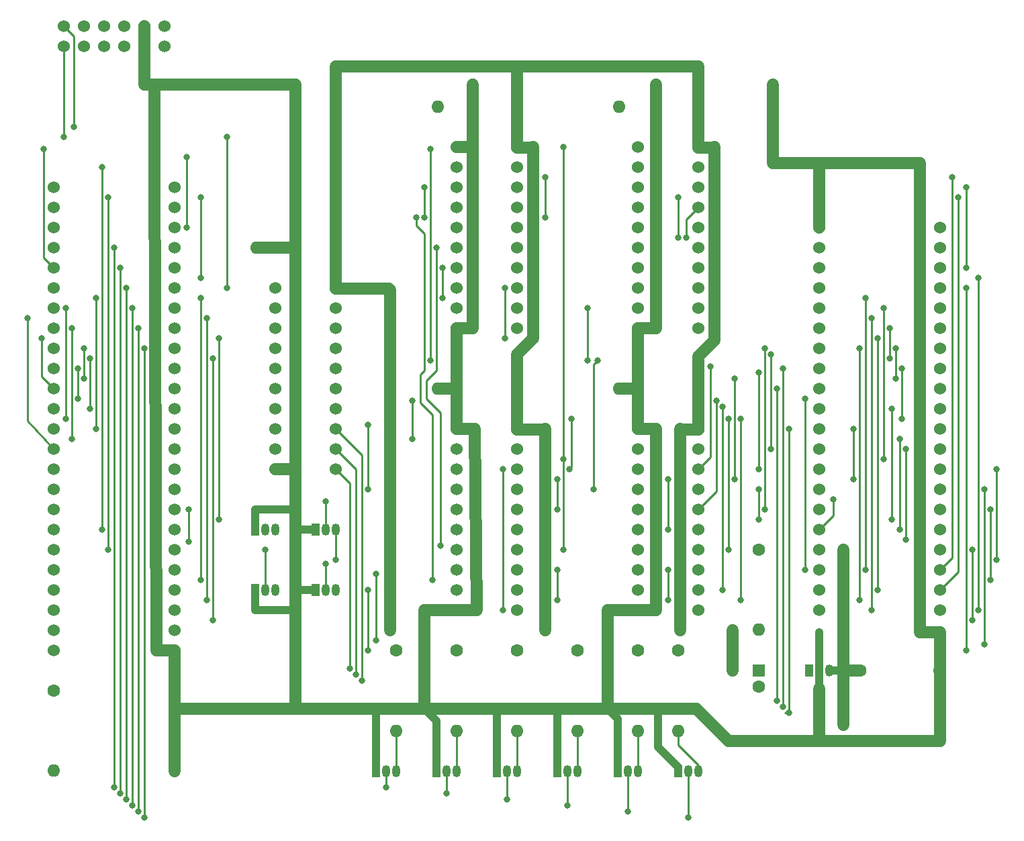
<source format=gbr>
%TF.GenerationSoftware,KiCad,Pcbnew,7.0.9*%
%TF.CreationDate,2024-11-06T00:13:14-07:00*%
%TF.ProjectId,Though_Hole_Single_Xilinx,54686f75-6768-45f4-986f-6c655f53696e,rev?*%
%TF.SameCoordinates,Original*%
%TF.FileFunction,Copper,L2,Bot*%
%TF.FilePolarity,Positive*%
%FSLAX46Y46*%
G04 Gerber Fmt 4.6, Leading zero omitted, Abs format (unit mm)*
G04 Created by KiCad (PCBNEW 7.0.9) date 2024-11-06 00:13:14*
%MOMM*%
%LPD*%
G01*
G04 APERTURE LIST*
%TA.AperFunction,ComponentPad*%
%ADD10C,1.600000*%
%TD*%
%TA.AperFunction,ComponentPad*%
%ADD11O,1.600000X1.600000*%
%TD*%
%TA.AperFunction,ComponentPad*%
%ADD12R,1.600000X1.600000*%
%TD*%
%TA.AperFunction,ComponentPad*%
%ADD13C,1.524000*%
%TD*%
%TA.AperFunction,ComponentPad*%
%ADD14R,1.050000X1.500000*%
%TD*%
%TA.AperFunction,ComponentPad*%
%ADD15O,1.050000X1.500000*%
%TD*%
%TA.AperFunction,ViaPad*%
%ADD16C,0.800000*%
%TD*%
%TA.AperFunction,Conductor*%
%ADD17C,1.524000*%
%TD*%
%TA.AperFunction,Conductor*%
%ADD18C,1.016000*%
%TD*%
%TA.AperFunction,Conductor*%
%ADD19C,0.250000*%
%TD*%
G04 APERTURE END LIST*
D10*
%TO.P,C9,1*%
%TO.N,+5V*%
X134620000Y-142240000D03*
D11*
%TO.P,C9,2*%
%TO.N,GND*%
X134620000Y-152240000D03*
%TD*%
D10*
%TO.P,R1,1*%
%TO.N,AUDIO*%
X213360000Y-137160000D03*
D11*
%TO.P,R1,2*%
%TO.N,Net-(Q1-D)*%
X213360000Y-147320000D03*
%TD*%
D10*
%TO.P,R6,1*%
%TO.N,AUDIO*%
X177800000Y-137160000D03*
D11*
%TO.P,R6,2*%
%TO.N,Net-(Q6-D)*%
X177800000Y-147320000D03*
%TD*%
%TO.P,R5,2*%
%TO.N,Net-(Q5-D)*%
X185420000Y-147320000D03*
D10*
%TO.P,R5,1*%
%TO.N,AUDIO*%
X185420000Y-137160000D03*
%TD*%
%TO.P,R4,1*%
%TO.N,AUDIO*%
X193040000Y-137160000D03*
D11*
%TO.P,R4,2*%
%TO.N,Net-(Q4-D)*%
X193040000Y-147320000D03*
%TD*%
%TO.P,R3,2*%
%TO.N,Net-(Q3-D)*%
X200660000Y-147320000D03*
D10*
%TO.P,R3,1*%
%TO.N,AUDIO*%
X200660000Y-137160000D03*
%TD*%
%TO.P,R2,1*%
%TO.N,AUDIO*%
X208280000Y-137160000D03*
D11*
%TO.P,R2,2*%
%TO.N,Net-(Q2-D)*%
X208280000Y-147320000D03*
%TD*%
D12*
%TO.P,C2,1*%
%TO.N,+3.3V*%
X223520000Y-139700000D03*
D10*
%TO.P,C2,2*%
%TO.N,GND*%
X223520000Y-141700000D03*
%TD*%
D13*
%TO.P,U6,1,1~{OE}*%
%TO.N,GND*%
X185420000Y-109220000D03*
%TO.P,U6,2,1A1*%
%TO.N,~{KR1}*%
X185420000Y-111760000D03*
%TO.P,U6,3,2Y4*%
%TO.N,unconnected-(U6-2Y4-Pad3)*%
X185420000Y-114300000D03*
%TO.P,U6,4,1A2*%
%TO.N,~{KR2}*%
X185420000Y-116840000D03*
%TO.P,U6,5,2Y3*%
%TO.N,unconnected-(U6-2Y3-Pad5)*%
X185420000Y-119380000D03*
%TO.P,U6,6,1A3*%
%TO.N,GND*%
X185420000Y-121920000D03*
%TO.P,U6,7,2Y2*%
%TO.N,_BCLKI*%
X185420000Y-124460000D03*
%TO.P,U6,8,1A4*%
%TO.N,GND*%
X185420000Y-127000000D03*
%TO.P,U6,9,2Y1*%
%TO.N,_SID*%
X185420000Y-129540000D03*
%TO.P,U6,10,GND*%
%TO.N,GND*%
X185420000Y-132080000D03*
%TO.P,U6,11,2A1*%
%TO.N,SID*%
X193040000Y-132080000D03*
%TO.P,U6,12,1Y4*%
%TO.N,unconnected-(U6-1Y4-Pad12)*%
X193040000Y-129540000D03*
%TO.P,U6,13,2A2*%
%TO.N,BCLK*%
X193040000Y-127000000D03*
%TO.P,U6,14,1Y3*%
%TO.N,unconnected-(U6-1Y3-Pad14)*%
X193040000Y-124460000D03*
%TO.P,U6,15,2A3*%
%TO.N,GND*%
X193040000Y-121920000D03*
%TO.P,U6,16,1Y2*%
%TO.N,_~{KR2}*%
X193040000Y-119380000D03*
%TO.P,U6,17,2A4*%
%TO.N,GND*%
X193040000Y-116840000D03*
%TO.P,U6,18,1Y1*%
%TO.N,_~{KR1}*%
X193040000Y-114300000D03*
%TO.P,U6,19,2~{OE}*%
%TO.N,GND*%
X193040000Y-111760000D03*
%TO.P,U6,20,VCC*%
%TO.N,+3.3V*%
X193040000Y-109260000D03*
%TD*%
%TO.P,U5,1,1~{OE}*%
%TO.N,GND*%
X185420000Y-73660000D03*
%TO.P,U5,2,1A1*%
%TO.N,_~{K0}*%
X185420000Y-76200000D03*
%TO.P,U5,3,2Y4*%
%TO.N,unconnected-(U5-2Y4-Pad3)*%
X185420000Y-78740000D03*
%TO.P,U5,4,1A2*%
%TO.N,_~{K1}*%
X185420000Y-81280000D03*
%TO.P,U5,5,2Y3*%
%TO.N,unconnected-(U5-2Y3-Pad5)*%
X185420000Y-83820000D03*
%TO.P,U5,6,1A3*%
%TO.N,_~{K2}*%
X185420000Y-86360000D03*
%TO.P,U5,7,2Y2*%
%TO.N,~{K5}*%
X185420000Y-88900000D03*
%TO.P,U5,8,1A4*%
%TO.N,_~{K3}*%
X185420000Y-91440000D03*
%TO.P,U5,9,2Y1*%
%TO.N,~{K4}*%
X185420000Y-93980000D03*
%TO.P,U5,10,GND*%
%TO.N,GND*%
X185420000Y-96520000D03*
%TO.P,U5,11,2A1*%
%TO.N,_~{K4}*%
X193040000Y-96520000D03*
%TO.P,U5,12,1Y4*%
%TO.N,~{K3}*%
X193040000Y-93980000D03*
%TO.P,U5,13,2A2*%
%TO.N,_~{K5}*%
X193040000Y-91440000D03*
%TO.P,U5,14,1Y3*%
%TO.N,~{K2}*%
X193040000Y-88900000D03*
%TO.P,U5,15,2A3*%
%TO.N,GND*%
X193040000Y-86360000D03*
%TO.P,U5,16,1Y2*%
%TO.N,~{K1}*%
X193040000Y-83820000D03*
%TO.P,U5,17,2A4*%
%TO.N,GND*%
X193040000Y-81280000D03*
%TO.P,U5,18,1Y1*%
%TO.N,~{K0}*%
X193040000Y-78740000D03*
%TO.P,U5,19,2~{OE}*%
%TO.N,GND*%
X193040000Y-76200000D03*
%TO.P,U5,20,VCC*%
%TO.N,+3.3V*%
X193040000Y-73700000D03*
%TD*%
%TO.P,U4,20,VCC*%
%TO.N,+3.3V*%
X215900000Y-109260000D03*
%TO.P,U4,19,2~{OE}*%
%TO.N,GND*%
X215900000Y-111760000D03*
%TO.P,U4,18,1Y1*%
%TO.N,_A0*%
X215900000Y-114300000D03*
%TO.P,U4,17,2A4*%
%TO.N,~{CS0}*%
X215900000Y-116840000D03*
%TO.P,U4,16,1Y2*%
%TO.N,_A1*%
X215900000Y-119380000D03*
%TO.P,U4,15,2A3*%
%TO.N,CS1*%
X215900000Y-121920000D03*
%TO.P,U4,14,1Y3*%
%TO.N,_A2*%
X215900000Y-124460000D03*
%TO.P,U4,13,2A2*%
%TO.N,R{slash}W*%
X215900000Y-127000000D03*
%TO.P,U4,12,1Y4*%
%TO.N,_A3*%
X215900000Y-129540000D03*
%TO.P,U4,11,2A1*%
%TO.N,PHI2*%
X215900000Y-132080000D03*
%TO.P,U4,10,GND*%
%TO.N,GND*%
X208280000Y-132080000D03*
%TO.P,U4,9,2Y1*%
%TO.N,_PHI2*%
X208280000Y-129540000D03*
%TO.P,U4,8,1A4*%
%TO.N,A3*%
X208280000Y-127000000D03*
%TO.P,U4,7,2Y2*%
%TO.N,_R{slash}W*%
X208280000Y-124460000D03*
%TO.P,U4,6,1A3*%
%TO.N,A2*%
X208280000Y-121920000D03*
%TO.P,U4,5,2Y3*%
%TO.N,_CS1*%
X208280000Y-119380000D03*
%TO.P,U4,4,1A2*%
%TO.N,A1*%
X208280000Y-116840000D03*
%TO.P,U4,3,2Y4*%
%TO.N,_~{CS0}*%
X208280000Y-114300000D03*
%TO.P,U4,2,1A1*%
%TO.N,A0*%
X208280000Y-111760000D03*
%TO.P,U4,1,1~{OE}*%
%TO.N,GND*%
X208280000Y-109220000D03*
%TD*%
%TO.P,U3,1,A->B*%
%TO.N,_DUMP*%
X162560000Y-91440000D03*
%TO.P,U3,2,A0*%
%TO.N,_P0*%
X162560000Y-93980000D03*
%TO.P,U3,3,A1*%
%TO.N,_P1*%
X162560000Y-96520000D03*
%TO.P,U3,4,A2*%
%TO.N,_P2*%
X162560000Y-99060000D03*
%TO.P,U3,5,A3*%
%TO.N,_P3*%
X162560000Y-101600000D03*
%TO.P,U3,6,A4*%
%TO.N,_P4*%
X162560000Y-104140000D03*
%TO.P,U3,7,A5*%
%TO.N,_P5*%
X162560000Y-106680000D03*
%TO.P,U3,8,A6*%
%TO.N,_P6*%
X162560000Y-109220000D03*
%TO.P,U3,9,A7*%
%TO.N,_P7*%
X162560000Y-111760000D03*
%TO.P,U3,10,GND*%
%TO.N,GND*%
X162560000Y-114300000D03*
%TO.P,U3,11,B7*%
%TO.N,P7*%
X170180000Y-114300000D03*
%TO.P,U3,12,B6*%
%TO.N,P6*%
X170180000Y-111760000D03*
%TO.P,U3,13,B5*%
%TO.N,P5*%
X170180000Y-109220000D03*
%TO.P,U3,14,B4*%
%TO.N,P4*%
X170180000Y-106680000D03*
%TO.P,U3,15,B3*%
%TO.N,P3*%
X170180000Y-104140000D03*
%TO.P,U3,16,B2*%
%TO.N,P2*%
X170180000Y-101600000D03*
%TO.P,U3,17,B1*%
%TO.N,P1*%
X170180000Y-99060000D03*
%TO.P,U3,18,B0*%
%TO.N,P0*%
X170180000Y-96520000D03*
%TO.P,U3,19,CE*%
%TO.N,GND*%
X170180000Y-93980000D03*
%TO.P,U3,20,VCC*%
%TO.N,+3.3V*%
X170180000Y-91480000D03*
%TD*%
%TO.P,U2,1,A->B*%
%TO.N,_R{slash}W*%
X208280000Y-73660000D03*
%TO.P,U2,2,A0*%
%TO.N,_D0*%
X208280000Y-76200000D03*
%TO.P,U2,3,A1*%
%TO.N,_D1*%
X208280000Y-78740000D03*
%TO.P,U2,4,A2*%
%TO.N,_D2*%
X208280000Y-81280000D03*
%TO.P,U2,5,A3*%
%TO.N,_D3*%
X208280000Y-83820000D03*
%TO.P,U2,6,A4*%
%TO.N,_D4*%
X208280000Y-86360000D03*
%TO.P,U2,7,A5*%
%TO.N,_D5*%
X208280000Y-88900000D03*
%TO.P,U2,8,A6*%
%TO.N,_D6*%
X208280000Y-91440000D03*
%TO.P,U2,9,A7*%
%TO.N,_D7*%
X208280000Y-93980000D03*
%TO.P,U2,10,GND*%
%TO.N,GND*%
X208280000Y-96520000D03*
%TO.P,U2,11,B7*%
%TO.N,D7*%
X215900000Y-96520000D03*
%TO.P,U2,12,B6*%
%TO.N,D6*%
X215900000Y-93980000D03*
%TO.P,U2,13,B5*%
%TO.N,D5*%
X215900000Y-91440000D03*
%TO.P,U2,14,B4*%
%TO.N,D4*%
X215900000Y-88900000D03*
%TO.P,U2,15,B3*%
%TO.N,D3*%
X215900000Y-86360000D03*
%TO.P,U2,16,B2*%
%TO.N,D2*%
X215900000Y-83820000D03*
%TO.P,U2,17,B1*%
%TO.N,D1*%
X215900000Y-81280000D03*
%TO.P,U2,18,B0*%
%TO.N,D0*%
X215900000Y-78740000D03*
%TO.P,U2,19,CE*%
%TO.N,~{_EN}*%
X215900000Y-76200000D03*
%TO.P,U2,20,VCC*%
%TO.N,+3.3V*%
X215900000Y-73700000D03*
%TD*%
D14*
%TO.P,U1,1,VO*%
%TO.N,+3.3V*%
X229870000Y-139700000D03*
D15*
%TO.P,U1,2,GND*%
%TO.N,GND*%
X231140000Y-139700000D03*
%TO.P,U1,3,VI*%
%TO.N,+5V*%
X232410000Y-139700000D03*
%TD*%
D14*
%TO.P,Q10,1,S*%
%TO.N,GND*%
X167640000Y-129540000D03*
D15*
%TO.P,Q10,2,G*%
%TO.N,_BCLKO*%
X168910000Y-129540000D03*
%TO.P,Q10,3,D*%
%TO.N,BCLK*%
X170180000Y-129540000D03*
%TD*%
D14*
%TO.P,Q9,1,S*%
%TO.N,GND*%
X160020000Y-121920000D03*
D15*
%TO.P,Q9,2,G*%
%TO.N,_~{IRQ}*%
X161290000Y-121920000D03*
%TO.P,Q9,3,D*%
%TO.N,~{IRQ}*%
X162560000Y-121920000D03*
%TD*%
D14*
%TO.P,Q8,1,S*%
%TO.N,GND*%
X160020000Y-129540000D03*
D15*
%TO.P,Q8,2,G*%
%TO.N,_OCLK*%
X161290000Y-129540000D03*
%TO.P,Q8,3,D*%
%TO.N,OCLK*%
X162560000Y-129540000D03*
%TD*%
D14*
%TO.P,Q7,1,S*%
%TO.N,GND*%
X167640000Y-121920000D03*
D15*
%TO.P,Q7,2,G*%
%TO.N,_SOD*%
X168910000Y-121920000D03*
%TO.P,Q7,3,D*%
%TO.N,SOD*%
X170180000Y-121920000D03*
%TD*%
D14*
%TO.P,Q6,1,S*%
%TO.N,GND*%
X175260000Y-152400000D03*
D15*
%TO.P,Q6,2,G*%
%TO.N,_AUDIO0*%
X176530000Y-152400000D03*
%TO.P,Q6,3,D*%
%TO.N,Net-(Q6-D)*%
X177800000Y-152400000D03*
%TD*%
D14*
%TO.P,Q5,1,S*%
%TO.N,GND*%
X182880000Y-152400000D03*
D15*
%TO.P,Q5,2,G*%
%TO.N,_AUDIO1*%
X184150000Y-152400000D03*
%TO.P,Q5,3,D*%
%TO.N,Net-(Q5-D)*%
X185420000Y-152400000D03*
%TD*%
D14*
%TO.P,Q4,1,S*%
%TO.N,GND*%
X190500000Y-152400000D03*
D15*
%TO.P,Q4,2,G*%
%TO.N,_AUDIO2*%
X191770000Y-152400000D03*
%TO.P,Q4,3,D*%
%TO.N,Net-(Q4-D)*%
X193040000Y-152400000D03*
%TD*%
D14*
%TO.P,Q3,1,S*%
%TO.N,GND*%
X198120000Y-152400000D03*
D15*
%TO.P,Q3,2,G*%
%TO.N,_AUDIO3*%
X199390000Y-152400000D03*
%TO.P,Q3,3,D*%
%TO.N,Net-(Q3-D)*%
X200660000Y-152400000D03*
%TD*%
D14*
%TO.P,Q2,1,S*%
%TO.N,GND*%
X205740000Y-152400000D03*
D15*
%TO.P,Q2,2,G*%
%TO.N,_AUDIO4*%
X207010000Y-152400000D03*
%TO.P,Q2,3,D*%
%TO.N,Net-(Q2-D)*%
X208280000Y-152400000D03*
%TD*%
D14*
%TO.P,Q1,1,S*%
%TO.N,GND*%
X213360000Y-152400000D03*
D15*
%TO.P,Q1,2,G*%
%TO.N,_AUDIO5*%
X214630000Y-152400000D03*
%TO.P,Q1,3,D*%
%TO.N,Net-(Q1-D)*%
X215900000Y-152400000D03*
%TD*%
D13*
%TO.P,J3,12,V*%
%TO.N,unconnected-(J3-V-Pad12)*%
X148590000Y-58358500D03*
%TO.P,J3,11,G*%
%TO.N,GND*%
X146050000Y-58358500D03*
%TO.P,J3,10,JA10*%
%TO.N,unconnected-(J3-JA10-Pad10)*%
X143510000Y-58358500D03*
%TO.P,J3,9,JA9*%
%TO.N,unconnected-(J3-JA9-Pad9)*%
X140970000Y-58358500D03*
%TO.P,J3,8,JA8*%
%TO.N,unconnected-(J3-JA8-Pad8)*%
X138430000Y-58358500D03*
%TO.P,J3,7,JA7*%
%TO.N,~{_EN}*%
X135890000Y-58358500D03*
%TO.P,J3,6,V*%
%TO.N,unconnected-(J3-V-Pad6)*%
X148590000Y-60898500D03*
%TO.P,J3,5,G*%
%TO.N,GND*%
X146050000Y-60898500D03*
%TO.P,J3,4,JA4*%
%TO.N,unconnected-(J3-JA4-Pad4)*%
X143510000Y-60898500D03*
%TO.P,J3,3,JA3*%
%TO.N,unconnected-(J3-JA3-Pad3)*%
X140970000Y-60898500D03*
%TO.P,J3,2,JA2*%
%TO.N,unconnected-(J3-JA2-Pad2)*%
X138430000Y-60898500D03*
%TO.P,J3,1,JA1*%
%TO.N,_DUMP*%
X135890000Y-60898500D03*
%TD*%
%TO.P,J2,1,PIO01*%
%TO.N,_D3*%
X134620000Y-78740000D03*
%TO.P,J2,2,PIO02*%
%TO.N,_D4*%
X134620000Y-81280000D03*
%TO.P,J2,3,PIO03*%
%TO.N,_D5*%
X134620000Y-83820000D03*
%TO.P,J2,4,PIO04*%
%TO.N,_D6*%
X134620000Y-86360000D03*
%TO.P,J2,5,PIO05*%
%TO.N,_D7*%
X134620000Y-88900000D03*
%TO.P,J2,6,PIO06*%
%TO.N,_D1*%
X134620000Y-91440000D03*
%TO.P,J2,7,PIO07*%
%TO.N,_P6*%
X134620000Y-93980000D03*
%TO.P,J2,8,PIO08*%
%TO.N,_P7*%
X134620000Y-96520000D03*
%TO.P,J2,9,PIO09*%
%TO.N,_P4*%
X134620000Y-99060000D03*
%TO.P,J2,10,PIO10*%
%TO.N,_P5*%
X134620000Y-101600000D03*
%TO.P,J2,11,PIO11*%
%TO.N,_P2*%
X134620000Y-104140000D03*
%TO.P,J2,12,PIO12*%
%TO.N,_P3*%
X134620000Y-106680000D03*
%TO.P,J2,13,PIO13*%
%TO.N,_P0*%
X134620000Y-109220000D03*
%TO.P,J2,14,PIO14*%
%TO.N,_P1*%
X134620000Y-111760000D03*
%TO.P,J2,15,AIN15*%
%TO.N,unconnected-(J2-AIN15-Pad15)*%
X134620000Y-114300000D03*
%TO.P,J2,16,AIN16*%
%TO.N,unconnected-(J2-AIN16-Pad16)*%
X134620000Y-116840000D03*
%TO.P,J2,17,PIO17*%
%TO.N,_~{KR2}*%
X134620000Y-119380000D03*
%TO.P,J2,18,PIO18*%
%TO.N,_~{K0}*%
X134620000Y-121920000D03*
%TO.P,J2,19,PIO19*%
%TO.N,_~{K1}*%
X134620000Y-124460000D03*
%TO.P,J2,20,PIO20*%
%TO.N,_~{K2}*%
X134620000Y-127000000D03*
%TO.P,J2,21,PIO21*%
%TO.N,_~{K3}*%
X134620000Y-129540000D03*
%TO.P,J2,22,PIO22*%
%TO.N,_~{K4}*%
X134620000Y-132080000D03*
%TO.P,J2,23,PIO23*%
%TO.N,_~{K5}*%
X134620000Y-134620000D03*
%TO.P,J2,24,VU*%
%TO.N,+5V*%
X134620000Y-137160000D03*
%TO.P,J2,25,GND*%
%TO.N,GND*%
X149860000Y-137160000D03*
%TO.P,J2,26,PIO26*%
%TO.N,_SID*%
X149860000Y-134620000D03*
%TO.P,J2,27,PIO27*%
%TO.N,_~{KR1}*%
X149860000Y-132080000D03*
%TO.P,J2,28,PIO28*%
%TO.N,_BCLKO*%
X149860000Y-129540000D03*
%TO.P,J2,29,PIO29*%
%TO.N,_BCLKI*%
X149860000Y-127000000D03*
%TO.P,J2,30,PIO30*%
%TO.N,_OCLK*%
X149860000Y-124460000D03*
%TO.P,J2,31,PIO31*%
%TO.N,_SOD*%
X149860000Y-121920000D03*
%TO.P,J2,32,PIO32*%
%TO.N,_~{IRQ}*%
X149860000Y-119380000D03*
%TO.P,J2,33,PIO33*%
%TO.N,_~{CS0}*%
X149860000Y-116840000D03*
%TO.P,J2,34,PIO34*%
%TO.N,_CS1*%
X149860000Y-114300000D03*
%TO.P,J2,35,PIO35*%
%TO.N,_R{slash}W*%
X149860000Y-111760000D03*
%TO.P,J2,36,PIO36*%
%TO.N,_A3*%
X149860000Y-109220000D03*
%TO.P,J2,37,PIO37*%
%TO.N,_A2*%
X149860000Y-106680000D03*
%TO.P,J2,38,PIO38*%
%TO.N,_A1*%
X149860000Y-104140000D03*
%TO.P,J2,39,PIO39*%
%TO.N,_A0*%
X149860000Y-101600000D03*
%TO.P,J2,40,PIO40*%
%TO.N,_AUDIO5*%
X149860000Y-99060000D03*
%TO.P,J2,41,PIO41*%
%TO.N,_AUDIO4*%
X149860000Y-96520000D03*
%TO.P,J2,42,PIO42*%
%TO.N,_AUDIO3*%
X149860000Y-93980000D03*
%TO.P,J2,43,PIO43*%
%TO.N,_AUDIO2*%
X149860000Y-91440000D03*
%TO.P,J2,44,PIO44*%
%TO.N,_AUDIO1*%
X149860000Y-88900000D03*
%TO.P,J2,45,PIO45*%
%TO.N,_AUDIO0*%
X149860000Y-86360000D03*
%TO.P,J2,46,PIO46*%
%TO.N,_D0*%
X149860000Y-83820000D03*
%TO.P,J2,47,PIO47*%
%TO.N,_PHI2*%
X149860000Y-81280000D03*
%TO.P,J2,48,PIO48*%
%TO.N,_D2*%
X149860000Y-78740000D03*
%TD*%
%TO.P,J1,1,GND*%
%TO.N,GND*%
X231140000Y-83820000D03*
%TO.P,J1,2,D3*%
%TO.N,D3*%
X231140000Y-86360000D03*
%TO.P,J1,3,D4*%
%TO.N,D4*%
X231140000Y-88900000D03*
%TO.P,J1,4,D5*%
%TO.N,D5*%
X231140000Y-91440000D03*
%TO.P,J1,5,D6*%
%TO.N,D6*%
X231140000Y-93980000D03*
%TO.P,J1,6,D7*%
%TO.N,D7*%
X231140000Y-96520000D03*
%TO.P,J1,7,PHI2*%
%TO.N,PHI2*%
X231140000Y-99060000D03*
%TO.P,J1,8,P6*%
%TO.N,P6*%
X231140000Y-101600000D03*
%TO.P,J1,9,P7*%
%TO.N,P7*%
X231140000Y-104140000D03*
%TO.P,J1,10,P4*%
%TO.N,P4*%
X231140000Y-106680000D03*
%TO.P,J1,11,P5*%
%TO.N,P5*%
X231140000Y-109220000D03*
%TO.P,J1,12,P2*%
%TO.N,P2*%
X231140000Y-111760000D03*
%TO.P,J1,13,P3*%
%TO.N,P3*%
X231140000Y-114300000D03*
%TO.P,J1,14,P0*%
%TO.N,P0*%
X231140000Y-116840000D03*
%TO.P,J1,15,P1*%
%TO.N,P1*%
X231140000Y-119380000D03*
%TO.P,J1,16,~{KR2}*%
%TO.N,~{KR2}*%
X231140000Y-121920000D03*
%TO.P,J1,17,+5V*%
%TO.N,+5V*%
X231140000Y-124460000D03*
%TO.P,J1,18,~{K5}*%
%TO.N,~{K5}*%
X231140000Y-127000000D03*
%TO.P,J1,19,~{K4}*%
%TO.N,~{K4}*%
X231140000Y-129540000D03*
%TO.P,J1,20,~{K3}*%
%TO.N,~{K3}*%
X231140000Y-132080000D03*
%TO.P,J1,21,~{K2}*%
%TO.N,~{K2}*%
X246380000Y-132080000D03*
%TO.P,J1,22,~{K1}*%
%TO.N,~{K1}*%
X246380000Y-129540000D03*
%TO.P,J1,23,~{K0}*%
%TO.N,~{K0}*%
X246380000Y-127000000D03*
%TO.P,J1,24,SID*%
%TO.N,SID*%
X246380000Y-124460000D03*
%TO.P,J1,25,~{KR1}*%
%TO.N,~{KR1}*%
X246380000Y-121920000D03*
%TO.P,J1,26,BCLK*%
%TO.N,BCLK*%
X246380000Y-119380000D03*
%TO.P,J1,27,OCLK*%
%TO.N,OCLK*%
X246380000Y-116840000D03*
%TO.P,J1,28,SOD*%
%TO.N,SOD*%
X246380000Y-114300000D03*
%TO.P,J1,29,~{IRQ}*%
%TO.N,~{IRQ}*%
X246380000Y-111760000D03*
%TO.P,J1,30,~{CS0}*%
%TO.N,~{CS0}*%
X246380000Y-109220000D03*
%TO.P,J1,31,CS1*%
%TO.N,CS1*%
X246380000Y-106680000D03*
%TO.P,J1,32,R/W*%
%TO.N,R{slash}W*%
X246380000Y-104140000D03*
%TO.P,J1,33,A3*%
%TO.N,A3*%
X246380000Y-101600000D03*
%TO.P,J1,34,A2*%
%TO.N,A2*%
X246380000Y-99060000D03*
%TO.P,J1,35,A1*%
%TO.N,A1*%
X246380000Y-96520000D03*
%TO.P,J1,36,A0*%
%TO.N,A0*%
X246380000Y-93980000D03*
%TO.P,J1,37,AUDIO*%
%TO.N,AUDIO*%
X246380000Y-91440000D03*
%TO.P,J1,38,D0*%
%TO.N,D0*%
X246380000Y-88900000D03*
%TO.P,J1,39,D1*%
%TO.N,D1*%
X246380000Y-86360000D03*
%TO.P,J1,40,D2*%
%TO.N,D2*%
X246380000Y-83820000D03*
%TD*%
D10*
%TO.P,C8,1*%
%TO.N,+5V*%
X223520000Y-124460000D03*
D11*
%TO.P,C8,2*%
%TO.N,GND*%
X223520000Y-134460000D03*
%TD*%
D10*
%TO.P,C7,1*%
%TO.N,+3.3V*%
X193040000Y-68580000D03*
D11*
%TO.P,C7,2*%
%TO.N,GND*%
X183040000Y-68580000D03*
%TD*%
D10*
%TO.P,C6,1*%
%TO.N,+3.3V*%
X215900000Y-68580000D03*
D11*
%TO.P,C6,2*%
%TO.N,GND*%
X205900000Y-68580000D03*
%TD*%
D10*
%TO.P,C5,1*%
%TO.N,+3.3V*%
X215900000Y-104140000D03*
D11*
%TO.P,C5,2*%
%TO.N,GND*%
X205900000Y-104140000D03*
%TD*%
D10*
%TO.P,C4,1*%
%TO.N,+3.3V*%
X193040000Y-104140000D03*
D11*
%TO.P,C4,2*%
%TO.N,GND*%
X183040000Y-104140000D03*
%TD*%
D10*
%TO.P,C3,1*%
%TO.N,+3.3V*%
X170180000Y-86360000D03*
D11*
%TO.P,C3,2*%
%TO.N,GND*%
X160180000Y-86360000D03*
%TD*%
D10*
%TO.P,C1,1*%
%TO.N,+5V*%
X236300000Y-139700000D03*
D11*
%TO.P,C1,2*%
%TO.N,GND*%
X246300000Y-139700000D03*
%TD*%
D16*
%TO.N,GND*%
X149860000Y-152400000D03*
X225298000Y-65786000D03*
X165100000Y-65786000D03*
%TO.N,+3.3V*%
X177038000Y-134620000D03*
%TO.N,~{_EN}*%
X137160000Y-71120000D03*
%TO.N,_DUMP*%
X135890000Y-72390000D03*
%TO.N,OCLK*%
X175260000Y-127508000D03*
%TO.N,_~{IRQ}*%
X151638000Y-123444000D03*
X151638000Y-119380000D03*
%TO.N,GND*%
X165100000Y-93980000D03*
%TO.N,_DUMP*%
X156464000Y-91440000D03*
%TO.N,GND*%
X210566000Y-111760000D03*
%TO.N,A2*%
X212090000Y-121920000D03*
%TO.N,A3*%
X212090000Y-127000000D03*
%TO.N,D0*%
X249682000Y-88900000D03*
%TO.N,GND*%
X243840000Y-134874000D03*
%TO.N,OCLK*%
X251968000Y-116840000D03*
%TO.N,GND*%
X231140000Y-141986000D03*
X231140000Y-134874000D03*
%TO.N,P0*%
X155448000Y-97790000D03*
%TO.N,+5V*%
X234188000Y-124460000D03*
%TO.N,GND*%
X187452000Y-65786000D03*
X210566000Y-65786000D03*
%TO.N,_~{CS0}*%
X199898000Y-107950000D03*
X174244000Y-108712000D03*
%TO.N,GND*%
X187706000Y-111760000D03*
X187706000Y-121920000D03*
X187706000Y-127000000D03*
X187706000Y-116586000D03*
%TO.N,BCLK*%
X198120000Y-127000000D03*
%TO.N,GND*%
X187452000Y-86360000D03*
X187452000Y-76200000D03*
X187452000Y-81280000D03*
%TO.N,_D3*%
X196596000Y-82550000D03*
%TO.N,+3.3V*%
X220218000Y-139700000D03*
X220218000Y-134620000D03*
X196596000Y-134620000D03*
X213614000Y-134620000D03*
%TO.N,+5V*%
X234188000Y-146558000D03*
%TO.N,CS1*%
X240284000Y-106680000D03*
X240284000Y-120650000D03*
%TO.N,~{CS0}*%
X235458000Y-109220000D03*
X235458000Y-115570000D03*
%TO.N,A3*%
X241554000Y-101600000D03*
X241554000Y-107950000D03*
X221234000Y-107950000D03*
X221234000Y-130810000D03*
X212090000Y-130810000D03*
%TO.N,A2*%
X240792000Y-99060000D03*
X240792000Y-102870000D03*
X220472000Y-102870000D03*
X220472000Y-115570000D03*
X212090000Y-115570000D03*
%TO.N,A1*%
X240030000Y-96520000D03*
X240030000Y-100330000D03*
X203200000Y-100584000D03*
X202692000Y-116840000D03*
%TO.N,A0*%
X239268000Y-93980000D03*
X239268000Y-113030000D03*
%TO.N,R{slash}W*%
X229362000Y-105410000D03*
X229362000Y-127000000D03*
%TO.N,~{KR2}*%
X232918000Y-118110000D03*
%TO.N,~{KR1}*%
X241300000Y-121920000D03*
X241300000Y-110490000D03*
%TO.N,P5*%
X227330000Y-109220000D03*
%TO.N,P6*%
X226568000Y-101600000D03*
%TO.N,P5*%
X227330000Y-145034000D03*
%TO.N,P6*%
X226568000Y-144272000D03*
%TO.N,P7*%
X225806000Y-104140000D03*
X225806000Y-143510000D03*
X171958000Y-139446000D03*
%TO.N,P6*%
X172720000Y-140208000D03*
%TO.N,P5*%
X173482000Y-140970000D03*
%TO.N,P3*%
X223520000Y-114300000D03*
X223520000Y-102108000D03*
%TO.N,P2*%
X225044000Y-111760000D03*
X225044000Y-99822000D03*
%TO.N,P1*%
X224282000Y-119380000D03*
X224282000Y-99060000D03*
%TO.N,~{K4}*%
X238506000Y-129540000D03*
X238506000Y-97790000D03*
%TO.N,~{K3}*%
X237744000Y-132080000D03*
X237744000Y-95250000D03*
%TO.N,~{K5}*%
X236982000Y-127000000D03*
X236982000Y-92710000D03*
X183642000Y-92710000D03*
X183642000Y-88900000D03*
%TO.N,~{K2}*%
X251206000Y-132080000D03*
X251206000Y-90170000D03*
%TO.N,PHI2*%
X236220000Y-99060000D03*
X236220000Y-130810000D03*
%TO.N,P0*%
X223520000Y-116840000D03*
X223520000Y-120650000D03*
X155448000Y-120650000D03*
%TO.N,SID*%
X250444000Y-124460000D03*
X250444000Y-133350000D03*
%TO.N,~{IRQ}*%
X242062000Y-111760000D03*
X242062000Y-123190000D03*
%TO.N,SOD*%
X253492000Y-114300000D03*
X253492000Y-125730000D03*
X170180000Y-125730000D03*
%TO.N,BCLK*%
X252730000Y-119380000D03*
X252730000Y-128270000D03*
X198120000Y-130810000D03*
%TO.N,OCLK*%
X251968000Y-136398000D03*
X175260000Y-135890000D03*
%TO.N,_~{K5}*%
X191516000Y-97790000D03*
X191516000Y-91440000D03*
X154686000Y-100330000D03*
X154686000Y-133350000D03*
%TO.N,_~{K4}*%
X153924000Y-95250000D03*
X153924000Y-130810000D03*
%TO.N,_~{K3}*%
X153162000Y-128270000D03*
%TO.N,AUDIO*%
X249682000Y-137160000D03*
X249682000Y-91440000D03*
%TO.N,_~{K3}*%
X153162000Y-92710000D03*
%TO.N,_~{K2}*%
X182880000Y-86360000D03*
X183388000Y-123952000D03*
%TO.N,_~{KR1}*%
X191262000Y-114300000D03*
X191262000Y-132080000D03*
%TO.N,_SID*%
X174244000Y-137160000D03*
X174244000Y-129540000D03*
%TO.N,_A3*%
X218948000Y-129540000D03*
%TO.N,_A2*%
X219710000Y-124460000D03*
X219710000Y-107950000D03*
%TO.N,_A3*%
X218948000Y-106426000D03*
X179832000Y-105664000D03*
X179832000Y-110490000D03*
%TO.N,_A1*%
X218186000Y-105664000D03*
%TO.N,_A0*%
X217424000Y-101346000D03*
%TO.N,_R{slash}W*%
X198882000Y-73660000D03*
%TO.N,~{K1}*%
X248666000Y-80010000D03*
X213360000Y-80010000D03*
X213360000Y-85090000D03*
%TO.N,~{K0}*%
X247904000Y-77470000D03*
%TO.N,D0*%
X249682000Y-78740000D03*
%TO.N,D1*%
X214376000Y-85090000D03*
%TO.N,_BCLKO*%
X168910000Y-126238000D03*
%TO.N,_OCLK*%
X161290000Y-124460000D03*
%TO.N,_SOD*%
X168910000Y-118364000D03*
%TO.N,_~{CS0}*%
X199644000Y-114300000D03*
X174244000Y-116840000D03*
%TO.N,_CS1*%
X198120000Y-119380000D03*
X198120000Y-115570000D03*
%TO.N,_R{slash}W*%
X198882000Y-124460000D03*
X198882000Y-113030000D03*
%TO.N,_AUDIO5*%
X146050000Y-99060000D03*
%TO.N,_AUDIO4*%
X145288000Y-96520000D03*
%TO.N,_AUDIO3*%
X144526000Y-93980000D03*
%TO.N,_AUDIO5*%
X146050000Y-158242000D03*
%TO.N,_AUDIO4*%
X145288000Y-157480000D03*
%TO.N,_AUDIO5*%
X214630000Y-158242000D03*
%TO.N,_AUDIO4*%
X207010000Y-157480000D03*
%TO.N,_AUDIO3*%
X144526000Y-156718000D03*
X199390000Y-156718000D03*
%TO.N,_AUDIO2*%
X191770000Y-155956000D03*
X143764000Y-155956000D03*
X143764000Y-91440000D03*
%TO.N,_AUDIO1*%
X143002000Y-88900000D03*
X143002000Y-155194000D03*
X184150000Y-155194000D03*
%TO.N,_D7*%
X201930000Y-93980000D03*
X201930000Y-100584000D03*
X182118000Y-100584000D03*
X182118000Y-73914000D03*
X133350000Y-73914000D03*
%TO.N,_AUDIO0*%
X142240000Y-86360000D03*
X142240000Y-154432000D03*
X176530000Y-154432000D03*
%TO.N,_PHI2*%
X182372000Y-128270000D03*
X180340000Y-82550000D03*
%TO.N,_D2*%
X181356000Y-82550000D03*
X181356000Y-78740000D03*
%TO.N,_D1*%
X153162000Y-90170000D03*
X153162000Y-80010000D03*
%TO.N,_D3*%
X196596000Y-77470000D03*
%TO.N,_~{K1}*%
X141478000Y-124460000D03*
X141478000Y-80010000D03*
%TO.N,_~{K0}*%
X140716000Y-121920000D03*
X140716000Y-76200000D03*
%TO.N,_DUMP*%
X156464000Y-72390000D03*
%TO.N,_D0*%
X151384000Y-83820000D03*
X151384000Y-74930000D03*
%TO.N,_P0*%
X139954000Y-109220000D03*
X139954000Y-92710000D03*
%TO.N,_P1*%
X131318000Y-95250000D03*
%TO.N,_P2*%
X133096000Y-97790000D03*
%TO.N,_P3*%
X139192000Y-106680000D03*
X139192000Y-100330000D03*
%TO.N,_P4*%
X138430000Y-99060000D03*
X138430000Y-102870000D03*
%TO.N,_P5*%
X137668000Y-101600000D03*
X137668000Y-105410000D03*
%TO.N,_P6*%
X136144000Y-93980000D03*
%TO.N,_P7*%
X136906000Y-96520000D03*
X136906000Y-110490000D03*
%TO.N,_P6*%
X136144000Y-107950000D03*
%TD*%
D17*
%TO.N,GND*%
X149860000Y-144526000D02*
X149860000Y-152400000D01*
X231140000Y-75692000D02*
X225298000Y-75692000D01*
X225298000Y-75692000D02*
X225298000Y-65786000D01*
X165100000Y-65786000D02*
X147320000Y-65786000D01*
%TO.N,+3.3V*%
X193040000Y-63500000D02*
X170180000Y-63500000D01*
X215900000Y-63500000D02*
X193040000Y-63500000D01*
D18*
%TO.N,+5V*%
X234188000Y-139700000D02*
X232410000Y-139700000D01*
D17*
X236300000Y-139700000D02*
X234188000Y-139700000D01*
%TO.N,GND*%
X219710000Y-148590000D02*
X215646000Y-144526000D01*
X215646000Y-144526000D02*
X210820000Y-144526000D01*
X231140000Y-148590000D02*
X219710000Y-148590000D01*
X246380000Y-148590000D02*
X231140000Y-148590000D01*
X210820000Y-144526000D02*
X204470000Y-144526000D01*
X198120000Y-144526000D02*
X204470000Y-144526000D01*
X190500000Y-144526000D02*
X198120000Y-144526000D01*
X190500000Y-144526000D02*
X181356000Y-144526000D01*
X175260000Y-144526000D02*
X181356000Y-144526000D01*
X165100000Y-144526000D02*
X175260000Y-144526000D01*
X165100000Y-144526000D02*
X149860000Y-144526000D01*
%TO.N,+3.3V*%
X176824000Y-91480000D02*
X177038000Y-91694000D01*
X170180000Y-91480000D02*
X176824000Y-91480000D01*
X177038000Y-134620000D02*
X177038000Y-91694000D01*
D19*
%TO.N,_~{KR1}*%
X191262000Y-132080000D02*
X191262000Y-114300000D01*
%TO.N,_PHI2*%
X180848000Y-105918000D02*
X182372000Y-107442000D01*
X182372000Y-107442000D02*
X182372000Y-128270000D01*
X181356000Y-101854000D02*
X180848000Y-102362000D01*
X181356000Y-84582000D02*
X181356000Y-101854000D01*
X180340000Y-83566000D02*
X181356000Y-84582000D01*
X180848000Y-102362000D02*
X180848000Y-105918000D01*
X180340000Y-82550000D02*
X180340000Y-83566000D01*
%TO.N,_~{K2}*%
X181610000Y-103124000D02*
X182880000Y-101854000D01*
X181610000Y-105410000D02*
X181610000Y-103124000D01*
X183388000Y-107188000D02*
X181610000Y-105410000D01*
X183388000Y-123952000D02*
X183388000Y-107188000D01*
X182880000Y-101854000D02*
X182880000Y-86360000D01*
%TO.N,_A3*%
X179832000Y-105664000D02*
X179832000Y-110490000D01*
%TO.N,_D2*%
X181356000Y-78740000D02*
X181356000Y-82550000D01*
%TO.N,_D7*%
X182118000Y-73914000D02*
X182118000Y-100584000D01*
%TO.N,~{K5}*%
X183642000Y-88900000D02*
X183642000Y-92710000D01*
%TO.N,_SID*%
X174244000Y-129540000D02*
X174244000Y-137160000D01*
%TO.N,~{_EN}*%
X137160000Y-59628500D02*
X135890000Y-58358500D01*
X137160000Y-71120000D02*
X137160000Y-59628500D01*
%TO.N,_DUMP*%
X135890000Y-72390000D02*
X135890000Y-60898500D01*
D17*
%TO.N,GND*%
X146050000Y-60898500D02*
X146050000Y-58358500D01*
X146050000Y-65786000D02*
X146050000Y-60898500D01*
X147320000Y-65786000D02*
X146050000Y-65786000D01*
X147320000Y-74930000D02*
X147320000Y-65786000D01*
X243840000Y-75692000D02*
X231140000Y-75692000D01*
X243840000Y-134874000D02*
X243840000Y-75692000D01*
X147574000Y-137160000D02*
X147320000Y-74930000D01*
X149860000Y-137160000D02*
X147574000Y-137160000D01*
D18*
X160020000Y-132080000D02*
X160020000Y-129540000D01*
X165100000Y-132080000D02*
X160020000Y-132080000D01*
D17*
X165100000Y-132080000D02*
X165100000Y-129540000D01*
X165100000Y-144526000D02*
X165100000Y-132080000D01*
D19*
%TO.N,OCLK*%
X175260000Y-135890000D02*
X175260000Y-127508000D01*
D18*
%TO.N,GND*%
X160020000Y-119380000D02*
X160020000Y-121920000D01*
X165100000Y-119380000D02*
X160020000Y-119380000D01*
D17*
X165100000Y-119380000D02*
X165100000Y-114300000D01*
X165100000Y-121920000D02*
X165100000Y-119380000D01*
D18*
X167640000Y-129540000D02*
X165100000Y-129540000D01*
D17*
X165100000Y-129540000D02*
X165100000Y-121920000D01*
D18*
X167640000Y-121920000D02*
X165100000Y-121920000D01*
D17*
X162560000Y-114300000D02*
X165100000Y-114300000D01*
X165100000Y-114300000D02*
X165100000Y-86360000D01*
D19*
%TO.N,_~{IRQ}*%
X151638000Y-119380000D02*
X151638000Y-123444000D01*
%TO.N,_SOD*%
X168910000Y-118364000D02*
X168910000Y-121920000D01*
D17*
%TO.N,GND*%
X165100000Y-86360000D02*
X165100000Y-65786000D01*
X165100000Y-86360000D02*
X160180000Y-86360000D01*
X246380000Y-134874000D02*
X243840000Y-134874000D01*
X205900000Y-104140000D02*
X208280000Y-104140000D01*
X208280000Y-104140000D02*
X208280000Y-96520000D01*
X208280000Y-109220000D02*
X208280000Y-104140000D01*
X183040000Y-104140000D02*
X185420000Y-104140000D01*
%TO.N,+3.3V*%
X213654000Y-109260000D02*
X213614000Y-109220000D01*
X215900000Y-109260000D02*
X213654000Y-109260000D01*
%TO.N,GND*%
X208280000Y-109220000D02*
X210566000Y-109220000D01*
X187706000Y-109220000D02*
X185420000Y-109220000D01*
%TO.N,+3.3V*%
X196556000Y-109260000D02*
X193040000Y-109260000D01*
X196596000Y-109220000D02*
X196556000Y-109260000D01*
%TO.N,GND*%
X208280000Y-132080000D02*
X204470000Y-132080000D01*
X210566000Y-132080000D02*
X208280000Y-132080000D01*
X185420000Y-132080000D02*
X181356000Y-132080000D01*
X187960000Y-132080000D02*
X185420000Y-132080000D01*
X208280000Y-96520000D02*
X210566000Y-96520000D01*
X187452000Y-96520000D02*
X185420000Y-96520000D01*
%TO.N,+3.3V*%
X217892000Y-73700000D02*
X215900000Y-73700000D01*
X217932000Y-73660000D02*
X217892000Y-73700000D01*
X195032000Y-73700000D02*
X193040000Y-73700000D01*
X195072000Y-73660000D02*
X195032000Y-73700000D01*
%TO.N,GND*%
X185420000Y-73660000D02*
X187452000Y-73660000D01*
D19*
%TO.N,_DUMP*%
X156464000Y-91440000D02*
X156464000Y-72390000D01*
D18*
%TO.N,GND*%
X210820000Y-149352000D02*
X210820000Y-144526000D01*
X213360000Y-151892000D02*
X210820000Y-149352000D01*
X213360000Y-152400000D02*
X213360000Y-151892000D01*
X205740000Y-145796000D02*
X204470000Y-144526000D01*
X205740000Y-152400000D02*
X205740000Y-145796000D01*
X198120000Y-152400000D02*
X198120000Y-144526000D01*
X190500000Y-152400000D02*
X190500000Y-144526000D01*
X182880000Y-146050000D02*
X181356000Y-144526000D01*
X182880000Y-152400000D02*
X182880000Y-146050000D01*
X175260000Y-152400000D02*
X175260000Y-144526000D01*
D17*
X204470000Y-132080000D02*
X204470000Y-144526000D01*
X181356000Y-132080000D02*
X181356000Y-144526000D01*
D19*
%TO.N,A2*%
X212090000Y-115570000D02*
X212090000Y-121920000D01*
%TO.N,A3*%
X212090000Y-127000000D02*
X212090000Y-130810000D01*
D17*
%TO.N,GND*%
X149860000Y-144526000D02*
X149860000Y-137160000D01*
D19*
%TO.N,D0*%
X249682000Y-78740000D02*
X249682000Y-88900000D01*
%TO.N,SOD*%
X253492000Y-125730000D02*
X253492000Y-114300000D01*
%TO.N,BCLK*%
X252730000Y-119380000D02*
X252730000Y-128270000D01*
%TO.N,OCLK*%
X251968000Y-136398000D02*
X251968000Y-116840000D01*
D17*
%TO.N,GND*%
X187706000Y-109220000D02*
X187960000Y-132080000D01*
D19*
%TO.N,_~{CS0}*%
X174244000Y-116840000D02*
X174244000Y-108712000D01*
D17*
%TO.N,GND*%
X246380000Y-139780000D02*
X246300000Y-139700000D01*
X246380000Y-148590000D02*
X246380000Y-139780000D01*
X231140000Y-141986000D02*
X231140000Y-148590000D01*
D18*
X231140000Y-139700000D02*
X231140000Y-141986000D01*
X231140000Y-139700000D02*
X231140000Y-134874000D01*
D19*
%TO.N,P0*%
X155448000Y-120650000D02*
X155448000Y-97790000D01*
%TO.N,_~{K5}*%
X154686000Y-133350000D02*
X154686000Y-100330000D01*
%TO.N,Net-(Q1-D)*%
X215900000Y-151638000D02*
X213360000Y-149098000D01*
X215900000Y-152400000D02*
X215900000Y-151638000D01*
X213360000Y-149098000D02*
X213360000Y-147320000D01*
D17*
%TO.N,+5V*%
X234188000Y-139700000D02*
X234188000Y-124460000D01*
%TO.N,+3.3V*%
X195072000Y-97790000D02*
X195072000Y-73660000D01*
X193040000Y-99822000D02*
X195072000Y-97790000D01*
X193040000Y-104140000D02*
X193040000Y-99822000D01*
%TO.N,GND*%
X187452000Y-96520000D02*
X187452000Y-86360000D01*
X210566000Y-65786000D02*
X210566000Y-96520000D01*
%TO.N,+3.3V*%
X193040000Y-68580000D02*
X193040000Y-63500000D01*
%TO.N,GND*%
X187452000Y-73660000D02*
X187452000Y-65786000D01*
%TO.N,+3.3V*%
X217932000Y-98044000D02*
X217932000Y-73660000D01*
X215900000Y-104140000D02*
X215900000Y-100076000D01*
X215900000Y-100076000D02*
X217932000Y-98044000D01*
X213614000Y-109220000D02*
X213614000Y-134620000D01*
%TO.N,GND*%
X210566000Y-109220000D02*
X210566000Y-132080000D01*
D19*
%TO.N,_~{CS0}*%
X199898000Y-114046000D02*
X199898000Y-107950000D01*
X199644000Y-114300000D02*
X199898000Y-114046000D01*
D17*
%TO.N,+3.3V*%
X196596000Y-109220000D02*
X196596000Y-134620000D01*
%TO.N,GND*%
X246380000Y-134874000D02*
X246380000Y-139620000D01*
X246380000Y-139620000D02*
X246300000Y-139700000D01*
X187452000Y-76200000D02*
X187452000Y-73660000D01*
%TO.N,+3.3V*%
X215900000Y-68580000D02*
X215900000Y-63500000D01*
X170180000Y-63500000D02*
X170180000Y-86360000D01*
D19*
%TO.N,BCLK*%
X198120000Y-127000000D02*
X198120000Y-130810000D01*
D17*
%TO.N,GND*%
X187452000Y-86360000D02*
X187452000Y-81280000D01*
X187452000Y-81280000D02*
X187452000Y-76200000D01*
D19*
%TO.N,_~{K5}*%
X191516000Y-91440000D02*
X191516000Y-97790000D01*
D17*
%TO.N,GND*%
X185420000Y-104140000D02*
X185420000Y-109220000D01*
X185420000Y-96520000D02*
X185420000Y-104140000D01*
D19*
%TO.N,_D3*%
X196596000Y-77470000D02*
X196596000Y-82550000D01*
%TO.N,_R{slash}W*%
X198882000Y-73660000D02*
X198882000Y-113030000D01*
X198882000Y-113030000D02*
X198882000Y-124460000D01*
%TO.N,_CS1*%
X198120000Y-115570000D02*
X198120000Y-119380000D01*
D17*
%TO.N,GND*%
X231140000Y-83820000D02*
X231140000Y-75692000D01*
%TO.N,+3.3V*%
X220218000Y-134620000D02*
X220218000Y-139700000D01*
X196596000Y-134620000D02*
X196596000Y-134366000D01*
X213614000Y-134620000D02*
X213614000Y-134366000D01*
%TO.N,+5V*%
X234188000Y-139700000D02*
X234188000Y-146558000D01*
%TO.N,+3.3V*%
X170180000Y-91480000D02*
X170180000Y-86360000D01*
X193040000Y-73700000D02*
X193040000Y-68580000D01*
X215900000Y-68580000D02*
X215900000Y-73700000D01*
X215900000Y-109260000D02*
X215900000Y-104140000D01*
X193040000Y-109260000D02*
X193040000Y-104140000D01*
D19*
%TO.N,CS1*%
X240284000Y-120650000D02*
X240284000Y-106680000D01*
%TO.N,~{CS0}*%
X235458000Y-115570000D02*
X235458000Y-109220000D01*
%TO.N,A3*%
X241554000Y-107950000D02*
X241554000Y-101600000D01*
X221234000Y-130810000D02*
X221234000Y-107950000D01*
%TO.N,A2*%
X240792000Y-102870000D02*
X240792000Y-99060000D01*
X220472000Y-115570000D02*
X220472000Y-102870000D01*
%TO.N,A1*%
X240030000Y-100330000D02*
X240030000Y-96520000D01*
X202692000Y-101092000D02*
X203200000Y-100584000D01*
X202692000Y-116840000D02*
X202692000Y-101092000D01*
%TO.N,A0*%
X239268000Y-113030000D02*
X239268000Y-93980000D01*
%TO.N,R{slash}W*%
X229362000Y-127000000D02*
X229362000Y-105410000D01*
%TO.N,~{KR2}*%
X232918000Y-120142000D02*
X231140000Y-121920000D01*
X232918000Y-118110000D02*
X232918000Y-120142000D01*
%TO.N,~{KR1}*%
X241300000Y-110490000D02*
X241300000Y-121920000D01*
%TO.N,P5*%
X226831305Y-145034000D02*
X227330000Y-144535305D01*
X227330000Y-144535305D02*
X227330000Y-109220000D01*
X227330000Y-145034000D02*
X226831305Y-145034000D01*
%TO.N,P6*%
X226568000Y-144272000D02*
X226568000Y-101600000D01*
%TO.N,P7*%
X225806000Y-143510000D02*
X225806000Y-104140000D01*
X171958000Y-116078000D02*
X171958000Y-139446000D01*
X170180000Y-114300000D02*
X171958000Y-116078000D01*
%TO.N,P5*%
X173482000Y-115062000D02*
X173482000Y-140970000D01*
X173482000Y-112522000D02*
X173482000Y-115062000D01*
X170180000Y-109220000D02*
X173482000Y-112522000D01*
%TO.N,P6*%
X172720000Y-114300000D02*
X172720000Y-120142000D01*
X172720000Y-120142000D02*
X172720000Y-140208000D01*
X170180000Y-111760000D02*
X172720000Y-114300000D01*
%TO.N,_A3*%
X218948000Y-129540000D02*
X218948000Y-106426000D01*
%TO.N,P3*%
X223520000Y-102108000D02*
X223520000Y-114300000D01*
%TO.N,_A0*%
X217424000Y-112776000D02*
X215900000Y-114300000D01*
X217424000Y-101346000D02*
X217424000Y-112776000D01*
%TO.N,SOD*%
X170180000Y-121920000D02*
X170180000Y-125730000D01*
%TO.N,P2*%
X225044000Y-99822000D02*
X225044000Y-111760000D01*
%TO.N,P1*%
X224282000Y-99060000D02*
X224282000Y-119380000D01*
%TO.N,~{K4}*%
X238506000Y-97790000D02*
X238506000Y-129540000D01*
%TO.N,~{K3}*%
X237744000Y-95250000D02*
X237744000Y-132080000D01*
%TO.N,~{K5}*%
X236982000Y-111506000D02*
X236982000Y-127000000D01*
X236982000Y-92710000D02*
X236982000Y-111506000D01*
%TO.N,~{K2}*%
X251206000Y-124460000D02*
X251206000Y-132080000D01*
X251206000Y-90170000D02*
X251206000Y-124460000D01*
%TO.N,PHI2*%
X236220000Y-130810000D02*
X236220000Y-99060000D01*
%TO.N,P0*%
X223520000Y-120650000D02*
X223520000Y-116840000D01*
%TO.N,SID*%
X250444000Y-133350000D02*
X250444000Y-124460000D01*
%TO.N,~{IRQ}*%
X242062000Y-123190000D02*
X242062000Y-111760000D01*
%TO.N,_~{K4}*%
X153924000Y-130810000D02*
X153924000Y-95250000D01*
%TO.N,_~{K3}*%
X153162000Y-92710000D02*
X153162000Y-128270000D01*
%TO.N,AUDIO*%
X249682000Y-91440000D02*
X249682000Y-137160000D01*
%TO.N,_P1*%
X131318000Y-108204000D02*
X134620000Y-111760000D01*
X131318000Y-95250000D02*
X131318000Y-108204000D01*
%TO.N,_D1*%
X153162000Y-80010000D02*
X153162000Y-90170000D01*
%TO.N,_D7*%
X201930000Y-93980000D02*
X201930000Y-100584000D01*
%TO.N,_A2*%
X219710000Y-107950000D02*
X219710000Y-124460000D01*
%TO.N,_A1*%
X218186000Y-105664000D02*
X218186000Y-117094000D01*
X218186000Y-117094000D02*
X215900000Y-119380000D01*
%TO.N,~{K1}*%
X248666000Y-127254000D02*
X246380000Y-129540000D01*
X248666000Y-80010000D02*
X248666000Y-127254000D01*
X213360000Y-85090000D02*
X213360000Y-80010000D01*
%TO.N,~{K0}*%
X247904000Y-125476000D02*
X246380000Y-127000000D01*
X247904000Y-77470000D02*
X247904000Y-125476000D01*
%TO.N,D1*%
X214376000Y-82804000D02*
X215900000Y-81280000D01*
X214376000Y-85090000D02*
X214376000Y-82804000D01*
%TO.N,_BCLKO*%
X168910000Y-129540000D02*
X168910000Y-126238000D01*
%TO.N,_OCLK*%
X161290000Y-124460000D02*
X161290000Y-129540000D01*
%TO.N,_AUDIO5*%
X146050000Y-99060000D02*
X146050000Y-158242000D01*
%TO.N,_AUDIO4*%
X145288000Y-157480000D02*
X145288000Y-96520000D01*
%TO.N,_AUDIO3*%
X144526000Y-156718000D02*
X144526000Y-93980000D01*
%TO.N,_AUDIO5*%
X214630000Y-158242000D02*
X214630000Y-158195979D01*
X214630000Y-152400000D02*
X214630000Y-158242000D01*
%TO.N,_AUDIO4*%
X207010000Y-152400000D02*
X207010000Y-157480000D01*
%TO.N,_AUDIO3*%
X199390000Y-152400000D02*
X199390000Y-156718000D01*
%TO.N,_AUDIO2*%
X191770000Y-152400000D02*
X191770000Y-155956000D01*
X143764000Y-91440000D02*
X143764000Y-155956000D01*
%TO.N,_AUDIO1*%
X143002000Y-155194000D02*
X143002000Y-88900000D01*
X184150000Y-152400000D02*
X184150000Y-155194000D01*
%TO.N,_D7*%
X133350000Y-87376000D02*
X133350000Y-73914000D01*
X134620000Y-88900000D02*
X133350000Y-87630000D01*
X133350000Y-87630000D02*
X133350000Y-87376000D01*
%TO.N,_D0*%
X151384000Y-74930000D02*
X151384000Y-83820000D01*
%TO.N,_AUDIO0*%
X142240000Y-141986000D02*
X142240000Y-86360000D01*
X142240000Y-154432000D02*
X142240000Y-141986000D01*
X176530000Y-152400000D02*
X176530000Y-154432000D01*
%TO.N,Net-(Q2-D)*%
X208280000Y-152400000D02*
X208280000Y-147320000D01*
%TO.N,Net-(Q3-D)*%
X200660000Y-152400000D02*
X200660000Y-147320000D01*
%TO.N,Net-(Q4-D)*%
X193040000Y-152400000D02*
X193040000Y-147320000D01*
%TO.N,Net-(Q5-D)*%
X185420000Y-152400000D02*
X185420000Y-147320000D01*
%TO.N,Net-(Q6-D)*%
X177800000Y-152400000D02*
X177800000Y-147320000D01*
%TO.N,_~{K1}*%
X141478000Y-80010000D02*
X141478000Y-124460000D01*
%TO.N,_~{K0}*%
X140716000Y-82042000D02*
X140716000Y-121920000D01*
X140716000Y-76200000D02*
X140716000Y-82042000D01*
%TO.N,_P0*%
X139954000Y-92710000D02*
X139954000Y-109220000D01*
%TO.N,_P2*%
X133096000Y-102616000D02*
X134620000Y-104140000D01*
X133096000Y-97790000D02*
X133096000Y-102616000D01*
%TO.N,_P3*%
X139192000Y-100330000D02*
X139192000Y-106680000D01*
%TO.N,_P4*%
X138430000Y-102870000D02*
X138430000Y-99060000D01*
%TO.N,_P5*%
X137668000Y-105410000D02*
X137668000Y-101600000D01*
%TO.N,_P7*%
X136906000Y-110490000D02*
X136906000Y-96520000D01*
%TO.N,_P6*%
X136144000Y-93980000D02*
X136144000Y-107950000D01*
%TD*%
M02*

</source>
